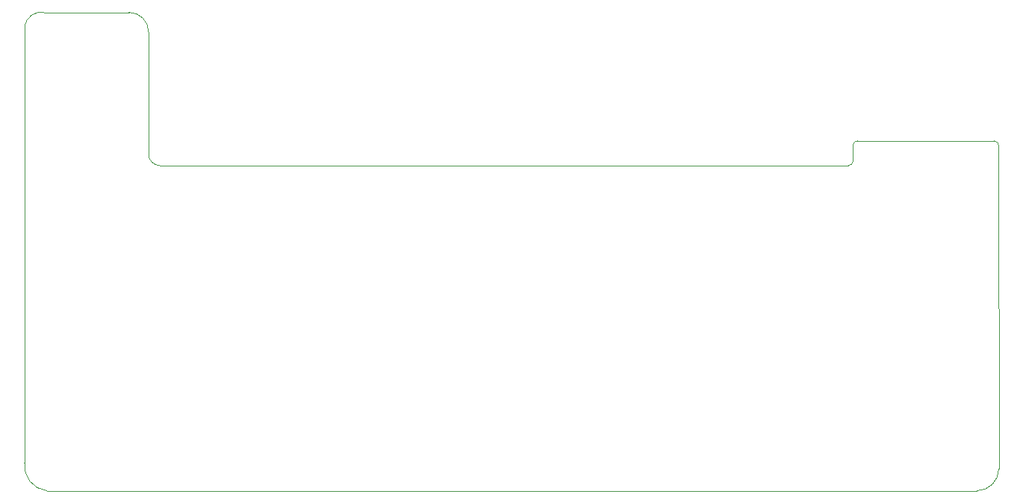
<source format=gbr>
G04 #@! TF.GenerationSoftware,KiCad,Pcbnew,(5.99.0-237-g608461437)*
G04 #@! TF.CreationDate,2019-11-16T14:33:29+00:00*
G04 #@! TF.ProjectId,knobs,6b6e6f62-732e-46b6-9963-61645f706362,rev?*
G04 #@! TF.SameCoordinates,Original*
G04 #@! TF.FileFunction,Profile,NP*
%FSLAX46Y46*%
G04 Gerber Fmt 4.6, Leading zero omitted, Abs format (unit mm)*
G04 Created by KiCad (PCBNEW (5.99.0-237-g608461437)) date 2019-11-16 14:33:29*
%MOMM*%
%LPD*%
G04 APERTURE LIST*
%ADD10C,0.050000*%
G04 APERTURE END LIST*
D10*
X108585000Y-95250000D02*
G75*
G02X107315001Y-93980000I31751J1301750D01*
G01*
X203200000Y-92456000D02*
G75*
G02X203708000Y-92964000I0J-508000D01*
G01*
X186436000Y-95250000D02*
X186690000Y-95250000D01*
X187198000Y-92964000D02*
X187198000Y-94742000D01*
X187198000Y-92964000D02*
G75*
G02X187706000Y-92456000I508000J0D01*
G01*
X187198000Y-94742000D02*
G75*
G02X186690000Y-95250000I-508000J0D01*
G01*
X108585000Y-95250000D02*
X186436000Y-95250000D01*
X93266101Y-79451824D02*
X93266101Y-128981824D01*
X95806101Y-132156824D02*
G75*
G02X93266101Y-128981824I317500J2857500D01*
G01*
X95806101Y-132156824D02*
X201216101Y-132156824D01*
X203735590Y-129641274D02*
G75*
G02X201216101Y-132156824I-2519490J3943D01*
G01*
X203735591Y-129641274D02*
X203708000Y-92964000D01*
X203200000Y-92456000D02*
X187706000Y-92456000D01*
X107315001Y-93980000D02*
X107315000Y-80086824D01*
X105105000Y-77876824D02*
G75*
G02X107315000Y-80086824I0J-2210000D01*
G01*
X105105000Y-77876824D02*
X95476101Y-77876824D01*
X93266101Y-79451824D02*
G75*
G02X95476101Y-77876824I1892500J-317500D01*
G01*
M02*

</source>
